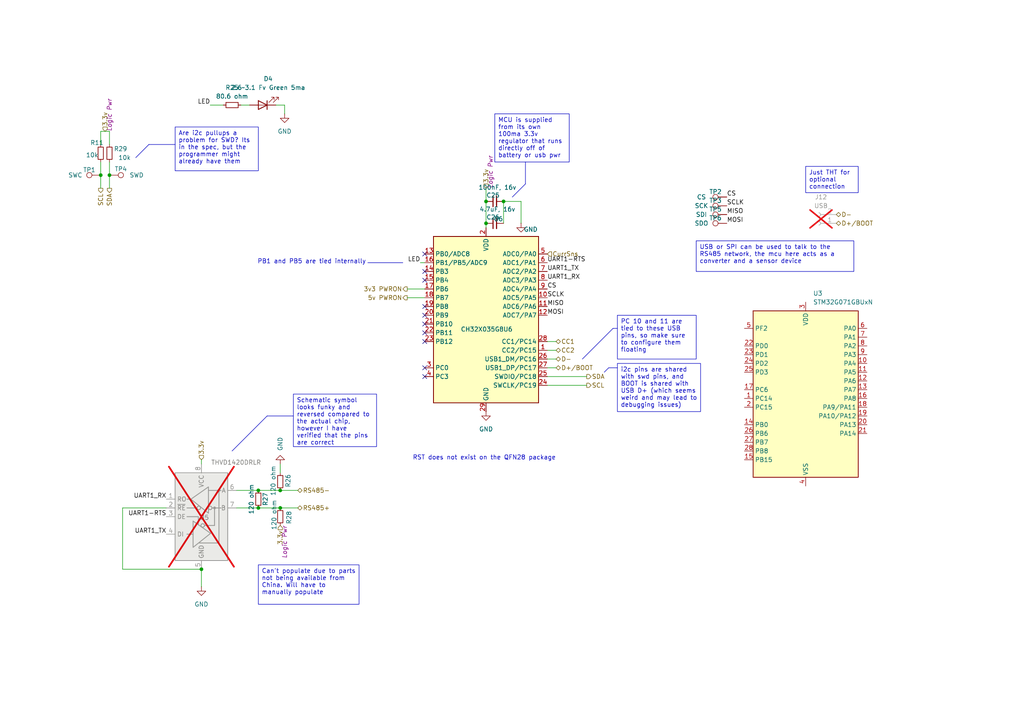
<source format=kicad_sch>
(kicad_sch (version 20250114) (generator "eeschema") (generator_version "9.0")
  (paper "A4")
  (title_block (title "USB only 2A PSU no sides") (date "2024-12-23") (rev "V1") (company "Author: Asher Edwards") (comment 1 "Licensed under CERN-OHL-S"))
  (lib_symbols
    (symbol "Connector:Conn_01x02_Socket" (pin_names (offset 1.016) (hide yes))
      (property "Reference" "J" (at 0 2.54 0))
      (property "Value" "Conn_01x02_Socket" (at 0 -5.08 0))
      (symbol "Conn_01x02_Socket_1_1"
        (polyline (pts (xy -1.27 0) (xy -0.508 0)) (stroke (width 0.1524)))
        (polyline (pts (xy -1.27 -2.54) (xy -0.508 -2.54)) (stroke (width 0.1524)))
        (arc (start 0 -0.508) (mid -0.5058 0) (end 0 0.508) (stroke (width 0.1524)))
        (arc (start 0 -3.048) (mid -0.5058 -2.54) (end 0 -2.032) (stroke (width 0.1524)))
        (pin passive line (at -5.08 0 0) (length 3.81) (name "Pin_1") (number "1"))
        (pin passive line (at -5.08 -2.54 0) (length 3.81) (name "Pin_2") (number "2"))
      )
    )
    (symbol "Connector:TestPoint" (pin_numbers (hide yes)) (pin_names (offset 0.762) (hide yes))
      (property "Reference" "TP" (at 0 6.858 0))
      (property "Value" "TestPoint" (at 0 5.08 0))
      (symbol "TestPoint_0_1"
        (circle (center 0 3.302) (radius 0.762))
      )
      (symbol "TestPoint_1_1"
        (pin passive line (at 0 0 90) (length 2.54) (name "1") (number "1"))
      )
    )
    (symbol "Device:C_Small" (pin_numbers (hide yes)) (pin_names (offset 0.254) (hide yes))
      (property "Reference" "C" (at 0.254 1.778 0))
      (property "Value" "C_Small" (at 0.254 -2.032 0))
      (symbol "C_Small_0_1"
        (polyline (pts (xy -1.524 0.508) (xy 1.524 0.508)) (stroke (width 0.3048)))
        (polyline (pts (xy -1.524 -0.508) (xy 1.524 -0.508)) (stroke (width 0.3302)))
      )
      (symbol "C_Small_1_1"
        (pin passive line (at 0 2.54 270) (length 2.032) (name "~") (number "1"))
        (pin passive line (at 0 -2.54 90) (length 2.032) (name "~") (number "2"))
      )
    )
    (symbol "Device:LED" (pin_numbers (hide yes)) (pin_names (offset 1.016) (hide yes))
      (property "Reference" "D" (at 0 2.54 0))
      (property "Value" "LED" (at 0 -2.54 0))
      (symbol "LED_0_1"
        (polyline (pts (xy -3.048 -0.762) (xy -4.572 -2.286) (xy -3.81 -2.286) (xy -4.572 -2.286) (xy -4.572 -1.524)))
        (polyline (pts (xy -1.778 -0.762) (xy -3.302 -2.286) (xy -2.54 -2.286) (xy -3.302 -2.286) (xy -3.302 -1.524)))
        (polyline (pts (xy -1.27 0) (xy 1.27 0)))
        (polyline (pts (xy -1.27 -1.27) (xy -1.27 1.27)) (stroke (width 0.254)))
        (polyline (pts (xy 1.27 -1.27) (xy 1.27 1.27) (xy -1.27 0) (xy 1.27 -1.27)) (stroke (width 0.254)))
      )
      (symbol "LED_1_1"
        (pin passive line (at -3.81 0 0) (length 2.54) (name "K") (number "1"))
        (pin passive line (at 3.81 0 180) (length 2.54) (name "A") (number "2"))
      )
    )
    (symbol "Device:R_Small" (pin_numbers (hide yes)) (pin_names (offset 0.254) (hide yes))
      (property "Reference" "R" (at 0.762 0.508 0))
      (property "Value" "R_Small" (at 0.762 -1.016 0))
      (symbol "R_Small_0_1"
        (rectangle (start -0.762 1.778) (end 0.762 -1.778) (stroke (width 0.2032)))
      )
      (symbol "R_Small_1_1"
        (pin passive line (at 0 2.54 270) (length 0.762) (name "~") (number "1"))
        (pin passive line (at 0 -2.54 90) (length 0.762) (name "~") (number "2"))
      )
    )
    (symbol "Interface_UART:THVD1420D"
      (property "Reference" "U" (at -6.096 11.43 0))
      (property "Value" "THVD1420D" (at 0.762 11.43 0))
      (symbol "THVD1420D_0_1"
        (rectangle (start -7.62 12.7) (end 7.62 -12.7) (stroke (width 0.254)) (fill (type background)))
        (polyline (pts (xy -4.191 2.54) (xy -1.27 2.54)) (stroke (width 0.254)))
        (polyline (pts (xy -4.191 0) (xy -0.889 0) (xy -0.889 -2.286)) (stroke (width 0.254)))
        (polyline (pts (xy -3.175 5.08) (xy -4.191 5.08) (xy -4.064 5.08)) (stroke (width 0.254)))
        (polyline (pts (xy -2.54 -5.08) (xy -4.191 -5.08)) (stroke (width 0.254)))
        (polyline (pts (xy -2.413 -5.08) (xy -2.413 -1.27) (xy 2.667 -4.826) (xy -2.413 -8.89) (xy -2.413 -5.08)) (stroke (width 0.254)))
        (polyline (pts (xy -0.635 -7.62) (xy 5.08 -7.62)) (stroke (width 0.254)))
        (circle (center 0.381 -2.54) (radius 0.508) (stroke (width 0.254)))
        (polyline (pts (xy 0.889 -2.54) (xy 3.81 -2.54)) (stroke (width 0.254)))
        (polyline (pts (xy 2.032 7.62) (xy 5.715 7.62)) (stroke (width 0.254)))
        (polyline (pts (xy 3.048 2.54) (xy 5.715 2.54)) (stroke (width 0.254)))
        (circle (center 3.81 2.54) (radius 0.2794) (stroke (width 0.254)) (fill (type outline)))
        (polyline (pts (xy 3.81 -2.54) (xy 3.81 2.54)) (stroke (width 0.254)))
        (polyline (pts (xy 5.08 -7.62) (xy 5.08 7.62)) (stroke (width 0.254)))
      )
      (symbol "THVD1420D_1_1"
        (circle (center -0.762 2.54) (radius 0.508) (stroke (width 0.254)))
        (polyline (pts (xy 2.032 4.826) (xy 2.032 8.636) (xy -3.048 5.08) (xy 2.032 1.016) (xy 2.032 4.826)) (stroke (width 0.254)))
        (circle (center 2.54 2.54) (radius 0.508) (stroke (width 0.254)))
        (circle (center 5.08 7.62) (radius 0.2794) (stroke (width 0.254)) (fill (type outline)))
        (pin output line (at -10.16 5.08 0) (length 2.54) (name "RO") (number "1"))
        (pin input line (at -10.16 2.54 0) (length 2.54) (name "~{RE}") (number "2"))
        (pin input line (at -10.16 0 0) (length 2.54) (name "DE") (number "3"))
        (pin input line (at -10.16 -5.08 0) (length 2.54) (name "DI") (number "4"))
        (pin power_in line (at 0 15.24 270) (length 2.54) (name "VCC") (number "8"))
        (pin power_in line (at 0 -15.24 90) (length 2.54) (name "GND") (number "5"))
        (pin bidirectional line (at 10.16 7.62 180) (length 2.54) (name "A") (number "6"))
        (pin bidirectional line (at 10.16 2.54 180) (length 2.54) (name "B") (number "7"))
      )
    )
    (symbol "MCU_ST_STM32G0:STM32G071GBUxN"
      (property "Reference" "U" (at -15.24 26.67 0))
      (property "Value" "STM32G071GBUxN" (at 2.54 26.67 0))
      (symbol "STM32G071GBUxN_0_1"
        (rectangle (start -15.24 -22.86) (end 15.24 25.4) (stroke (width 0.254)) (fill (type background)))
      )
      (symbol "STM32G071GBUxN_1_1"
        (pin bidirectional line (at -17.78 20.32 0) (length 2.54) (name "PF2") (number "5"))
        (pin bidirectional line (at -17.78 15.24 0) (length 2.54) (name "PD0") (number "22"))
        (pin bidirectional line (at -17.78 12.7 0) (length 2.54) (name "PD1") (number "23"))
        (pin bidirectional line (at -17.78 10.16 0) (length 2.54) (name "PD2") (number "24"))
        (pin bidirectional line (at -17.78 7.62 0) (length 2.54) (name "PD3") (number "25"))
        (pin bidirectional line (at -17.78 2.54 0) (length 2.54) (name "PC6") (number "17"))
        (pin bidirectional line (at -17.78 0 0) (length 2.54) (name "PC14") (number "1"))
        (pin bidirectional line (at -17.78 -2.54 0) (length 2.54) (name "PC15") (number "2"))
        (pin bidirectional line (at -17.78 -7.62 0) (length 2.54) (name "PB0") (number "14"))
        (pin bidirectional line (at -17.78 -10.16 0) (length 2.54) (name "PB6") (number "26"))
        (pin bidirectional line (at -17.78 -12.7 0) (length 2.54) (name "PB7") (number "27"))
        (pin bidirectional line (at -17.78 -15.24 0) (length 2.54) (name "PB8") (number "28"))
        (pin bidirectional line (at -17.78 -17.78 0) (length 2.54) (name "PB15") (number "15"))
        (pin power_in line (at 0 27.94 270) (length 2.54) (name "VDD") (number "3"))
        (pin power_in line (at 0 -25.4 90) (length 2.54) (name "VSS") (number "4"))
        (pin bidirectional line (at 17.78 20.32 180) (length 2.54) (name "PA0") (number "6"))
        (pin bidirectional line (at 17.78 17.78 180) (length 2.54) (name "PA1") (number "7"))
        (pin bidirectional line (at 17.78 15.24 180) (length 2.54) (name "PA2") (number "8"))
        (pin bidirectional line (at 17.78 12.7 180) (length 2.54) (name "PA3") (number "9"))
        (pin bidirectional line (at 17.78 10.16 180) (length 2.54) (name "PA4") (number "10"))
        (pin bidirectional line (at 17.78 7.62 180) (length 2.54) (name "PA5") (number "11"))
        (pin bidirectional line (at 17.78 5.08 180) (length 2.54) (name "PA6") (number "12"))
        (pin bidirectional line (at 17.78 2.54 180) (length 2.54) (name "PA7") (number "13"))
        (pin bidirectional line (at 17.78 0 180) (length 2.54) (name "PA8") (number "16"))
        (pin bidirectional line (at 17.78 -2.54 180) (length 2.54) (name "PA9/PA11") (number "18"))
        (pin bidirectional line (at 17.78 -5.08 180) (length 2.54) (name "PA10/PA12") (number "19"))
        (pin bidirectional line (at 17.78 -7.62 180) (length 2.54) (name "PA13") (number "20"))
        (pin bidirectional line (at 17.78 -10.16 180) (length 2.54) (name "PA14") (number "21"))
      )
    )
    (symbol "power:GND" (power) (pin_numbers (hide yes)) (pin_names (offset 0) (hide yes))
      (property "Value" "GND" (at 0 -3.81 0))
      (symbol "GND_0_1"
        (polyline (pts (xy 0 0) (xy 0 -1.27) (xy 1.27 -1.27) (xy 0 -2.54) (xy -1.27 -1.27) (xy 0 -1.27)))
      )
      (symbol "GND_1_1"
        (pin power_in line (at 0 0 270) (length 0) (name "~") (number "1"))
      )
    )
    (symbol "wch_mcu:CH32X035G8U6"
      (property "Reference" "U" (at -5.08 -30.48 0))
      (property "Value" "CH32X035G8U6" (at 10.16 -30.48 0))
      (symbol "CH32X035G8U6_0_1"
        (rectangle (start -15.24 22.86) (end 15.24 -25.4) (stroke (width 0.254)) (fill (type background)))
      )
      (symbol "CH32X035G8U6_1_1"
        (pin bidirectional line (at -17.78 17.78 0) (length 2.54) (name "PB0/ADC8") (number "13"))
        (pin bidirectional line (at -17.78 15.24 0) (length 2.54) (name "PB1/PB5/ADC9") (number "16"))
        (pin bidirectional line (at -17.78 12.7 0) (length 2.54) (name "PB3") (number "14"))
        (pin bidirectional line (at -17.78 10.16 0) (length 2.54) (name "PB4") (number "15"))
        (pin bidirectional line (at -17.78 7.62 0) (length 2.54) (name "PB6") (number "17"))
        (pin bidirectional line (at -17.78 5.08 0) (length 2.54) (name "PB7") (number "18"))
        (pin bidirectional line (at -17.78 2.54 0) (length 2.54) (name "PB8") (number "19"))
        (pin bidirectional line (at -17.78 0 0) (length 2.54) (name "PB9") (number "20"))
        (pin bidirectional line (at -17.78 -2.54 0) (length 2.54) (name "PB10") (number "21"))
        (pin bidirectional line (at -17.78 -5.08 0) (length 2.54) (name "PB11") (number "22"))
        (pin bidirectional line (at -17.78 -7.62 0) (length 2.54) (name "PB12") (number "23"))
        (pin bidirectional line (at -17.78 -15.24 0) (length 2.54) (name "PC0") (number "3"))
        (pin bidirectional line (at -17.78 -17.78 0) (length 2.54) (name "PC3") (number "4"))
        (pin power_in line (at 0 25.4 270) (length 2.54) (name "VDD") (number "2"))
        (pin power_in line (at 0 -27.94 90) (length 2.54) (name "GND") (number "29"))
        (pin bidirectional line (at 17.78 17.78 180) (length 2.54) (name "ADC0/PA0") (number "5"))
        (pin bidirectional line (at 17.78 15.24 180) (length 2.54) (name "ADC1/PA1") (number "6"))
        (pin bidirectional line (at 17.78 12.7 180) (length 2.54) (name "ADC2/PA2") (number "7"))
        (pin bidirectional line (at 17.78 10.16 180) (length 2.54) (name "ADC3/PA3") (number "8"))
        (pin bidirectional line (at 17.78 7.62 180) (length 2.54) (name "ADC4/PA4") (number "9"))
        (pin bidirectional line (at 17.78 5.08 180) (length 2.54) (name "ADC5/PA5") (number "10"))
        (pin bidirectional line (at 17.78 2.54 180) (length 2.54) (name "ADC6/PA6") (number "11"))
        (pin bidirectional line (at 17.78 0 180) (length 2.54) (name "ADC7/PA7") (number "12"))
        (pin bidirectional line (at 17.78 -7.62 180) (length 2.54) (name "CC1/PC14") (number "28"))
        (pin bidirectional line (at 17.78 -10.16 180) (length 2.54) (name "CC2/PC15") (number "1"))
        (pin bidirectional line (at 17.78 -12.7 180) (length 2.54) (name "USB1_DM/PC16") (number "26"))
        (pin bidirectional line (at 17.78 -15.24 180) (length 2.54) (name "USB1_DP/PC17") (number "27"))
        (pin bidirectional line (at 17.78 -17.78 180) (length 2.54) (name "SWDIO/PC18") (number "25"))
        (pin bidirectional line (at 17.78 -20.32 180) (length 2.54) (name "SWCLK/PC19") (number "24"))
      )
    )
  )
  (text "RST does not exist on the QFN28 package" (at 140.462 132.842 0) (effects (font (size 1.27 1.27))))
  (text "PB1 and PB5 are tied internally" (at 90.424 75.946 0) (effects (font (size 1.27 1.27))))
  (text_box "i2c pins are shared with swd pins, and BOOT is shared with USB D+ (which seems weird and may lead to debugging issues)" (at 179.07 105.41 0) (size 24.13 13.97) (margins 0.9525 0.9525 0.9525 0.9525) (effects (font (size 1.27 1.27)) (justify left top)))
  (text_box "MCU is supplied from its own 100ma 3.3v regulator that runs directly off of battery or usb pwr" (at 143.51 33.02 0) (size 21.59 13.97) (margins 0.9525 0.9525 0.9525 0.9525) (effects (font (size 1.27 1.27)) (justify left top)))
  (text_box "USB or SPI can be used to talk to the RS485 network, the mcu here acts as a converter and a sensor device" (at 201.93 69.85 0) (size 45.72 8.89) (margins 0.9525 0.9525 0.9525 0.9525) (effects (font (size 1.27 1.27)) (justify left top)))
  (text_box "Just THT for optional connection" (at 233.68 48.26 0) (size 15.24 7.62) (margins 0.9525 0.9525 0.9525 0.9525) (effects (font (size 1.27 1.27)) (justify left top)))
  (text_box "PC 10 and 11 are tied to these USB pins, so make sure to configure them floating" (at 179.07 91.44 0) (size 22.86 12.7) (margins 0.9525 0.9525 0.9525 0.9525) (effects (font (size 1.27 1.27)) (justify left top)))
  (text_box "Can't populate due to parts not being available from China. Will have to manually populate" (at 74.93 163.83 0) (size 29.21 11.43) (margins 0.9525 0.9525 0.9525 0.9525) (effects (font (size 1.27 1.27)) (justify left top)))
  (text_box "Schematic symbol looks funky and reversed compared to the actual chip, however I have verified that the pins are correct" (at 85.09 114.3 0) (size 24.13 15.24) (margins 0.9525 0.9525 0.9525 0.9525) (effects (font (size 1.27 1.27)) (justify left top)))
  (text_box "Are i2c pullups a problem for SWD? Its in the spec, but the programmer might already have them" (at 50.8 36.83 0) (size 24.13 12.7) (margins 0.9525 0.9525 0.9525 0.9525) (effects (font (size 1.27 1.27)) (justify left top)))
  (junction (at 81.28 142.24))
  (junction (at 58.42 165.1))
  (junction (at 140.97 64.77))
  (junction (at 81.28 147.32))
  (junction (at 31.75 50.8))
  (junction (at 74.93 147.32))
  (junction (at 140.97 58.42))
  (junction (at 146.05 58.42))
  (junction (at 29.21 50.8))
  (junction (at 74.93 142.24))
  (no_connect (at 123.19 109.22))
  (no_connect (at 123.19 91.44))
  (no_connect (at 123.19 73.66))
  (no_connect (at 123.19 106.68))
  (no_connect (at 123.19 78.74))
  (no_connect (at 123.19 88.9))
  (no_connect (at 123.19 96.52))
  (no_connect (at 123.19 93.98))
  (no_connect (at 123.19 99.06))
  (no_connect (at 123.19 81.28))
  (polyline (pts (xy 67.31 130.81) (xy 77.47 120.65)))
  (polyline (pts (xy 106.68 76.2) (xy 116.84 76.2)))
  (wire (pts (xy 140.97 58.42) (xy 140.97 64.77)))
  (wire (pts (xy 58.42 170.18) (xy 58.42 165.1)))
  (wire (pts (xy 58.42 133.35) (xy 58.42 134.62)))
  (wire (pts (xy 158.75 109.22) (xy 170.18 109.22)))
  (wire (pts (xy 81.28 147.32) (xy 86.36 147.32)))
  (wire (pts (xy 29.21 38.1) (xy 31.75 38.1)))
  (wire (pts (xy 151.13 58.42) (xy 146.05 58.42)))
  (wire (pts (xy 80.01 30.48) (xy 82.55 30.48)))
  (polyline (pts (xy 152.4 46.99) (xy 152.4 53.34)))
  (wire (pts (xy 60.96 30.48) (xy 64.77 30.48)))
  (polyline (pts (xy 175.26 107.95) (xy 176.53 106.68)))
  (wire (pts (xy 31.75 41.91) (xy 31.75 38.1)))
  (wire (pts (xy 29.21 50.8) (xy 29.21 54.61)))
  (wire (pts (xy 82.55 30.48) (xy 82.55 33.02)))
  (wire (pts (xy 74.93 142.24) (xy 68.58 142.24)))
  (wire (pts (xy 161.29 104.14) (xy 158.75 104.14)))
  (polyline (pts (xy 148.59 57.15) (xy 152.4 53.34)))
  (wire (pts (xy 35.56 165.1) (xy 58.42 165.1)))
  (wire (pts (xy 48.26 147.32) (xy 35.56 147.32)))
  (polyline (pts (xy 50.8 41.91) (xy 43.18 41.91)))
  (wire (pts (xy 118.11 83.82) (xy 123.19 83.82)))
  (wire (pts (xy 81.28 134.62) (xy 81.28 137.16)))
  (polyline (pts (xy 179.07 95.25) (xy 177.8 95.25)))
  (wire (pts (xy 29.21 50.8) (xy 29.21 46.99)))
  (polyline (pts (xy 168.91 104.14) (xy 177.8 95.25)))
  (polyline (pts (xy 85.09 120.65) (xy 77.47 120.65)))
  (wire (pts (xy 146.05 58.42) (xy 146.05 64.77)))
  (polyline (pts (xy 179.07 106.68) (xy 176.53 106.68)))
  (wire (pts (xy 31.75 50.8) (xy 31.75 46.99)))
  (wire (pts (xy 158.75 111.76) (xy 170.18 111.76)))
  (wire (pts (xy 140.97 54.61) (xy 140.97 58.42)))
  (wire (pts (xy 161.29 106.68) (xy 158.75 106.68)))
  (wire (pts (xy 151.13 64.77) (xy 151.13 58.42)))
  (wire (pts (xy 121.92 76.2) (xy 123.19 76.2)))
  (wire (pts (xy 74.93 147.32) (xy 68.58 147.32)))
  (wire (pts (xy 69.85 30.48) (xy 72.39 30.48)))
  (wire (pts (xy 161.29 101.6) (xy 158.75 101.6)))
  (wire (pts (xy 161.29 99.06) (xy 158.75 99.06)))
  (wire (pts (xy 74.93 147.32) (xy 81.28 147.32)))
  (wire (pts (xy 118.11 86.36) (xy 123.19 86.36)))
  (wire (pts (xy 140.97 64.77) (xy 140.97 66.04)))
  (wire (pts (xy 31.75 54.61) (xy 31.75 50.8)))
  (wire (pts (xy 29.21 38.1) (xy 29.21 41.91)))
  (wire (pts (xy 81.28 142.24) (xy 86.36 142.24)))
  (wire (pts (xy 35.56 147.32) (xy 35.56 165.1)))
  (polyline (pts (xy 39.37 45.72) (xy 43.18 41.91)))
  (wire (pts (xy 81.28 142.24) (xy 74.93 142.24)))
  (label "MOSI" (at 210.82 64.77 0))
  (label "CS" (at 210.82 57.15 0))
  (label "UART1-RTS" (at 158.75 76.2 0))
  (label "SCLK" (at 158.75 86.36 0))
  (label "SCLK" (at 210.82 59.69 0))
  (label "MOSI" (at 158.75 91.44 0))
  (label "MISO" (at 158.75 88.9 0))
  (label "LED" (at 121.92 76.2 180))
  (label "UART1-RTS" (at 48.26 149.86 180))
  (label "UART1_TX" (at 48.26 154.94 180))
  (label "MISO" (at 210.82 62.23 0))
  (label "UART1_TX" (at 158.75 78.74 0))
  (label "UART1_RX" (at 48.26 144.78 180))
  (label "UART1_RX" (at 158.75 81.28 0))
  (label "CS" (at 158.75 83.82 0))
  (label "LED" (at 60.96 30.48 180))
  (hierarchical_label "3.3v" (shape input) (at 140.97 54.61 90) (property "Netclass" "Logic Pwr" (at 142.24 54.61 90) (effects (font (italic yes)) (justify left))))
  (hierarchical_label "3v3 PWRON" (shape output) (at 118.11 83.82 180))
  (hierarchical_label "5v PWRON" (shape output) (at 118.11 86.36 180))
  (hierarchical_label "D+{slash}BOOT" (shape bidirectional) (at 161.29 106.68 0))
  (hierarchical_label "SDA" (shape output) (at 170.18 109.22 0))
  (hierarchical_label "CurrSns" (shape input) (at 158.75 73.66 0))
  (hierarchical_label "CC2" (shape bidirectional) (at 161.29 101.6 0))
  (hierarchical_label "D-" (shape bidirectional) (at 161.29 104.14 0))
  (hierarchical_label "SDA" (shape output) (at 31.75 54.61 270))
  (hierarchical_label "RS485-" (shape bidirectional) (at 86.36 142.24 0))
  (hierarchical_label "SCL" (shape output) (at 170.18 111.76 0))
  (hierarchical_label "RS485+" (shape bidirectional) (at 86.36 147.32 0))
  (hierarchical_label "3.3v" (shape input) (at 58.42 133.35 90))
  (hierarchical_label "D+{slash}BOOT" (shape bidirectional) (at 242.57 64.77 0))
  (hierarchical_label "D-" (shape bidirectional) (at 242.57 62.23 0))
  (hierarchical_label "3.3v" (shape input) (at 81.28 152.4 270) (property "Netclass" "Logic Pwr" (at 82.55 152.4 90) (effects (font (italic yes)) (justify right))))
  (hierarchical_label "3.3v" (shape input) (at 30.48 38.1 90) (property "Netclass" "Logic Pwr" (at 31.75 38.1 90) (effects (font (italic yes)) (justify left))))
  (hierarchical_label "SCL" (shape output) (at 29.21 54.61 270))
  (hierarchical_label "CC1" (shape bidirectional) (at 161.29 99.06 0))
  (symbol (lib_id "Connector:TestPoint") (at 29.21 50.8 90) (unit 1) (in_bom no)
    (property "Reference" "TP1" (at 25.908 49.276 90))
    (property "Value" "SWC" (at 21.844 50.8 90))
    (property "Footprint" "TestPoint:TestPoint_Pad_D1.0mm" (effects (hide yes)))
    (property "Description" "test point" (effects (hide yes)))
  )
  (symbol (lib_id "Device:LED") (at 76.2 30.48 180) (unit 1)
    (property "Reference" "D4" (at 77.7875 22.86 0))
    (property "Value" "2.6~3.1 Fv Green 5ma" (at 77.7875 25.4 0))
    (property "Footprint" "LED_SMD:LED_0603_1608Metric_Pad1.05x0.95mm_HandSolder" (effects (hide yes)))
    (property "Description" "Light emitting diode" (effects (hide yes)))
    (property "LCSC" "C3028858" (effects (hide yes)))
  )
  (symbol (lib_id "Device:R_Small") (at 29.21 44.45 180) (unit 1)
    (property "Reference" "R11" (at 26.162 41.402 0) (effects (justify right)))
    (property "Value" "10k" (at 24.892 44.958 0) (effects (justify right)))
    (property "Footprint" "Resistor_SMD:R_0402_1005Metric" (effects (hide yes)))
    (property "Description" "Resistor, small symbol" (effects (hide yes)))
    (property "LCSC" "C25744" (effects (hide yes)))
  )
  (symbol (lib_id "Device:R_Small") (at 74.93 144.78 0) (unit 1)
    (property "Reference" "R27" (at 76.962 144.78 90))
    (property "Value" "120 ohm" (at 72.898 144.78 90))
    (property "Footprint" "Resistor_SMD:R_0402_1005Metric" (effects (hide yes)))
    (property "Description" "Resistor, small symbol" (effects (hide yes)))
    (property "LCSC" "C25079" (effects (hide yes)))
  )
  (symbol (lib_id "Device:R_Small") (at 81.28 139.7 180) (unit 1)
    (property "Reference" "R26" (at 83.566 139.446 90))
    (property "Value" "120 ohm" (at 79.248 139.446 90))
    (property "Footprint" "Resistor_SMD:R_0402_1005Metric" (effects (hide yes)))
    (property "Description" "Resistor, small symbol" (effects (hide yes)))
    (property "LCSC" "C25079" (effects (hide yes)))
  )
  (symbol (lib_id "Connector:TestPoint") (at 210.82 62.23 90) (unit 1) (in_bom no)
    (property "Reference" "TP5" (at 207.518 60.706 90))
    (property "Value" "SDI" (at 203.454 62.23 90))
    (property "Footprint" "TestPoint:TestPoint_Pad_D1.0mm" (effects (hide yes)))
    (property "Description" "test point" (effects (hide yes)))
  )
  (symbol (lib_id "Connector:TestPoint") (at 210.82 64.77 90) (unit 1) (in_bom no)
    (property "Reference" "TP6" (at 207.518 63.246 90))
    (property "Value" "SDO" (at 203.454 64.77 90))
    (property "Footprint" "TestPoint:TestPoint_Pad_D1.0mm" (effects (hide yes)))
    (property "Description" "test point" (effects (hide yes)))
  )
  (symbol (lib_id "power:GND") (at 151.13 64.77 0) (unit 1)
    (property "Reference" "#PWR033" (effects (hide yes)))
    (property "Value" "GND" (at 153.924 66.548 0))
    (property "Description" "Power symbol creates a global label with name \"GND\" , ground" (effects (hide yes)))
  )
  (symbol (lib_id "Device:R_Small") (at 67.31 30.48 90) (unit 1)
    (property "Reference" "R25" (at 67.31 25.4 90))
    (property "Value" "80.6 ohm" (at 67.31 27.94 90))
    (property "Footprint" "Resistor_SMD:R_0402_1005Metric" (effects (hide yes)))
    (property "Description" "Resistor, small symbol" (effects (hide yes)))
    (property "LCSC" "C185392" (effects (hide yes)))
  )
  (symbol (lib_id "power:GND") (at 81.28 134.62 180) (unit 1)
    (property "Reference" "#PWR036" (effects (hide yes)))
    (property "Value" "GND" (at 81.2801 130.81 90) (effects (justify right)))
    (property "Description" "Power symbol creates a global label with name \"GND\" , ground" (effects (hide yes)))
  )
  (symbol (lib_id "Connector:TestPoint") (at 210.82 57.15 90) (unit 1) (in_bom no)
    (property "Reference" "TP2" (at 207.518 55.626 90))
    (property "Value" "CS" (at 203.454 57.15 90))
    (property "Footprint" "TestPoint:TestPoint_Pad_D1.0mm" (effects (hide yes)))
    (property "Description" "test point" (effects (hide yes)))
  )
  (symbol (lib_id "Connector:TestPoint") (at 210.82 59.69 90) (unit 1) (in_bom no)
    (property "Reference" "TP3" (at 207.518 58.166 90))
    (property "Value" "SCK" (at 203.454 59.69 90))
    (property "Footprint" "TestPoint:TestPoint_Pad_D1.0mm" (effects (hide yes)))
    (property "Description" "test point" (effects (hide yes)))
  )
  (symbol (lib_id "power:GND") (at 82.55 33.02 0) (unit 1)
    (property "Reference" "#PWR031" (effects (hide yes)))
    (property "Value" "GND" (at 82.55 38.1 0))
    (property "Description" "Power symbol creates a global label with name \"GND\" , ground" (effects (hide yes)))
  )
  (symbol (lib_id "Device:C_Small") (at 143.51 58.42 90) (unit 1)
    (property "Reference" "C25" (at 143.002 56.642 90))
    (property "Value" "100nF, 16v" (at 144.272 54.356 90))
    (property "Footprint" "Capacitor_SMD:C_0402_1005Metric" (effects (hide yes)))
    (property "Description" "Unpolarized capacitor, small symbol" (effects (hide yes)))
    (property "LCSC" "C1525" (effects (hide yes)))
  )
  (symbol (lib_id "wch_mcu:CH32X035G8U6") (at 140.97 91.44 0) (unit 1)
    (property "Reference" "U6" (at 143.1641 63.5 0) (effects (justify left)))
    (property "Value" "CH32X035G8U6" (at 133.604 95.504 0) (effects (justify left)))
    (property "Footprint" "Package_DFN_QFN:QFN-28-1EP_4x4mm_P0.4mm_EP2.8x2.8mm" (effects (hide yes)))
    (property "LCSC" "C7437027" (effects (hide yes)))
    (property "Rotation Offset" "180" (effects (hide yes)))
  )
  (symbol (lib_id "Interface_UART:THVD1420D") (at 58.42 149.86 0) (unit 1) (dnp yes)
    (property "Reference" "U5" (at 57.912 150.114 0) (effects (justify left)))
    (property "Value" "THVD1420DRLR" (at 61.214 134.112 0) (effects (justify left)))
    (property "Footprint" "Package_TO_SOT_SMD:SOT-583-8" (effects (hide yes)))
    (property "Datasheet" "https://www.ti.com/lit/ds/symlink/thvd1420.pdf" (effects (hide yes)))
    (property "Description" "Half duplex RS-485/RS-422, 12 Mbps, 3V - 5.5V supply, ±12kV electro-static discharge (ESD) protection, with receiver/driver enable, 32 receiver drive capacity, SOIC-8" (effects (hide yes)))
  )
  (symbol (lib_id "Connector:TestPoint") (at 31.75 50.8 270) (unit 1) (in_bom no)
    (property "Reference" "TP4" (at 35.052 49.022 90))
    (property "Value" "SWD" (at 39.624 50.8 90))
    (property "Footprint" "TestPoint:TestPoint_Pad_D1.0mm" (effects (hide yes)))
    (property "Description" "test point" (effects (hide yes)))
  )
  (symbol (lib_id "power:GND") (at 58.42 170.18 0) (unit 1)
    (property "Reference" "#PWR034" (effects (hide yes)))
    (property "Value" "GND" (at 58.42 175.26 0))
    (property "Description" "Power symbol creates a global label with name \"GND\" , ground" (effects (hide yes)))
  )
  (symbol (lib_id "power:GND") (at 140.97 119.38 0) (unit 1)
    (property "Reference" "#PWR030" (effects (hide yes)))
    (property "Value" "GND" (at 140.97 124.46 0))
    (property "Description" "Power symbol creates a global label with name \"GND\" , ground" (effects (hide yes)))
  )
  (symbol (lib_id "MCU_ST_STM32G0:STM32G071GBUxN") (at 233.68 115.57 0) (unit 1)
    (property "Reference" "U3" (at 235.8233 85.09 0) (effects (justify left)))
    (property "Value" "STM32G071GBUxN" (at 235.8233 87.63 0) (effects (justify left)))
    (property "Footprint" "Package_DFN_QFN:QFN-28_4x4mm_P0.5mm" (effects (hide yes)))
    (property "Datasheet" "https://www.st.com/resource/en/datasheet/stm32g071gb.pdf" (effects (hide yes)))
    (property "Description" "STMicroelectronics Arm Cortex-M0+ MCU, 128KB flash, 36KB RAM, 64 MHz, 1.7-3.6V, 26 GPIO, UFQFPN28" (effects (hide yes)))
  )
  (symbol (lib_id "Device:R_Small") (at 81.28 149.86 180) (unit 1)
    (property "Reference" "R28" (at 83.82 150.114 90))
    (property "Value" "120 ohm" (at 79.502 149.352 90))
    (property "Footprint" "Resistor_SMD:R_0402_1005Metric" (effects (hide yes)))
    (property "Description" "Resistor, small symbol" (effects (hide yes)))
    (property "LCSC" "C25079" (effects (hide yes)))
  )
  (symbol (lib_id "Connector:Conn_01x02_Socket") (at 237.49 64.77 180) (unit 1) (in_bom no) (dnp yes)
    (property "Reference" "J12" (at 238.125 57.15 0))
    (property "Value" "USB" (at 238.125 59.69 0))
    (property "Footprint" "Connector_PinHeader_1.27mm:PinHeader_1x02_P1.27mm_Vertical" (effects (hide yes)))
    (property "Description" "Generic connector, single row, 01x02, script generated" (effects (hide yes)))
  )
  (symbol (lib_id "Device:R_Small") (at 31.75 44.45 180) (unit 1)
    (property "Reference" "R29" (at 33.02 43.18 0) (effects (justify right)))
    (property "Value" "10k" (at 34.29 45.7199 0) (effects (justify right)))
    (property "Footprint" "Resistor_SMD:R_0402_1005Metric" (effects (hide yes)))
    (property "Description" "Resistor, small symbol" (effects (hide yes)))
    (property "LCSC" "C25744" (effects (hide yes)))
  )
  (symbol (lib_id "Device:C_Small") (at 143.51 64.77 90) (unit 1)
    (property "Reference" "C26" (at 143.002 62.992 90))
    (property "Value" "4.7uF, 16v" (at 144.272 60.706 90))
    (property "Footprint" "Capacitor_SMD:C_0603_1608Metric" (effects (hide yes)))
    (property "Description" "Unpolarized capacitor, small symbol" (effects (hide yes)))
    (property "LCSC" "C19666" (effects (hide yes)))
  )
)
</source>
